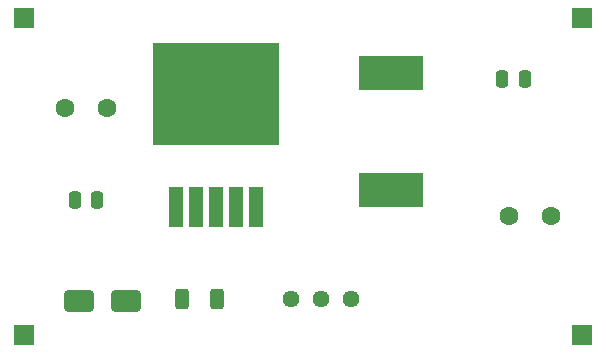
<source format=gbr>
%TF.GenerationSoftware,KiCad,Pcbnew,9.0.3*%
%TF.CreationDate,2026-02-07T01:57:28+05:30*%
%TF.ProjectId,dc dc boost converter,64632064-6320-4626-9f6f-737420636f6e,rev?*%
%TF.SameCoordinates,Original*%
%TF.FileFunction,Soldermask,Top*%
%TF.FilePolarity,Negative*%
%FSLAX46Y46*%
G04 Gerber Fmt 4.6, Leading zero omitted, Abs format (unit mm)*
G04 Created by KiCad (PCBNEW 9.0.3) date 2026-02-07 01:57:28*
%MOMM*%
%LPD*%
G01*
G04 APERTURE LIST*
G04 Aperture macros list*
%AMRoundRect*
0 Rectangle with rounded corners*
0 $1 Rounding radius*
0 $2 $3 $4 $5 $6 $7 $8 $9 X,Y pos of 4 corners*
0 Add a 4 corners polygon primitive as box body*
4,1,4,$2,$3,$4,$5,$6,$7,$8,$9,$2,$3,0*
0 Add four circle primitives for the rounded corners*
1,1,$1+$1,$2,$3*
1,1,$1+$1,$4,$5*
1,1,$1+$1,$6,$7*
1,1,$1+$1,$8,$9*
0 Add four rect primitives between the rounded corners*
20,1,$1+$1,$2,$3,$4,$5,0*
20,1,$1+$1,$4,$5,$6,$7,0*
20,1,$1+$1,$6,$7,$8,$9,0*
20,1,$1+$1,$8,$9,$2,$3,0*%
G04 Aperture macros list end*
%ADD10RoundRect,0.250000X-0.250000X-0.475000X0.250000X-0.475000X0.250000X0.475000X-0.250000X0.475000X0*%
%ADD11R,5.400000X2.900000*%
%ADD12C,1.600000*%
%ADD13C,1.440000*%
%ADD14R,1.700000X1.700000*%
%ADD15RoundRect,0.250000X-1.000000X-0.650000X1.000000X-0.650000X1.000000X0.650000X-1.000000X0.650000X0*%
%ADD16RoundRect,0.250000X-0.312500X-0.625000X0.312500X-0.625000X0.312500X0.625000X-0.312500X0.625000X0*%
%ADD17RoundRect,0.102000X0.525000X-1.605000X0.525000X1.605000X-0.525000X1.605000X-0.525000X-1.605000X0*%
%ADD18RoundRect,0.102000X5.265000X-4.230000X5.265000X4.230000X-5.265000X4.230000X-5.265000X-4.230000X0*%
G04 APERTURE END LIST*
D10*
%TO.C,C3*%
X158850000Y-106000000D03*
X160750000Y-106000000D03*
%TD*%
D11*
%TO.C,L1*%
X149400000Y-115350000D03*
X149400000Y-105450000D03*
%TD*%
D12*
%TO.C,C1*%
X121850000Y-108400000D03*
X125350000Y-108400000D03*
%TD*%
D13*
%TO.C,RV1*%
X146080000Y-124600000D03*
X143540000Y-124600000D03*
X141000000Y-124600000D03*
%TD*%
D14*
%TO.C,J4*%
X165600000Y-100800000D03*
%TD*%
%TO.C,J3*%
X165600000Y-127600000D03*
%TD*%
%TO.C,J2*%
X118400000Y-127600000D03*
%TD*%
%TO.C,J1*%
X118400000Y-100800000D03*
%TD*%
D10*
%TO.C,C2*%
X122650000Y-116200000D03*
X124550000Y-116200000D03*
%TD*%
D12*
%TO.C,C4*%
X159450000Y-117600000D03*
X162950000Y-117600000D03*
%TD*%
D15*
%TO.C,D1*%
X123000000Y-124800000D03*
X127000000Y-124800000D03*
%TD*%
D16*
%TO.C,R1*%
X131737500Y-124600000D03*
X134662500Y-124600000D03*
%TD*%
D17*
%TO.C,VR1*%
X131200000Y-116830000D03*
X132900000Y-116830000D03*
X134600000Y-116830000D03*
X136300000Y-116830000D03*
X138000000Y-116830000D03*
D18*
X134600000Y-107200000D03*
%TD*%
M02*

</source>
